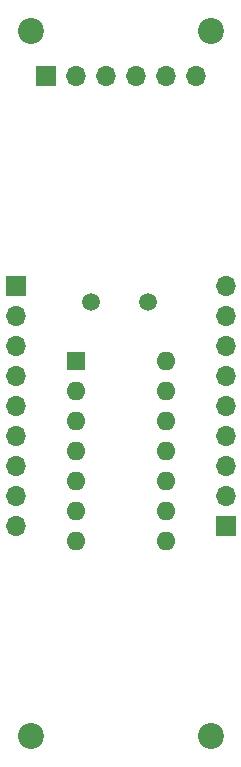
<source format=gbs>
G04 #@! TF.GenerationSoftware,KiCad,Pcbnew,(5.1.9)-1*
G04 #@! TF.CreationDate,2023-06-14T07:28:31+09:00*
G04 #@! TF.ProjectId,PICo-16f1765,5049436f-2d31-4366-9631-3736352e6b69,rev?*
G04 #@! TF.SameCoordinates,Original*
G04 #@! TF.FileFunction,Soldermask,Bot*
G04 #@! TF.FilePolarity,Negative*
%FSLAX46Y46*%
G04 Gerber Fmt 4.6, Leading zero omitted, Abs format (unit mm)*
G04 Created by KiCad (PCBNEW (5.1.9)-1) date 2023-06-14 07:28:31*
%MOMM*%
%LPD*%
G01*
G04 APERTURE LIST*
%ADD10C,2.200000*%
%ADD11O,1.600000X1.600000*%
%ADD12R,1.600000X1.600000*%
%ADD13C,1.500000*%
%ADD14O,1.700000X1.700000*%
%ADD15R,1.700000X1.700000*%
G04 APERTURE END LIST*
D10*
G04 #@! TO.C,H4*
X11430000Y-45720000D03*
G04 #@! TD*
G04 #@! TO.C,H3*
X-3810000Y-45720000D03*
G04 #@! TD*
G04 #@! TO.C,H2*
X11430000Y13970000D03*
G04 #@! TD*
G04 #@! TO.C,H1*
X-3810000Y13970000D03*
G04 #@! TD*
D11*
G04 #@! TO.C,IC1*
X7620000Y-13970000D03*
X0Y-29210000D03*
X7620000Y-16510000D03*
X0Y-26670000D03*
X7620000Y-19050000D03*
X0Y-24130000D03*
X7620000Y-21590000D03*
X0Y-21590000D03*
X7620000Y-24130000D03*
X0Y-19050000D03*
X7620000Y-26670000D03*
X0Y-16510000D03*
X7620000Y-29210000D03*
D12*
X0Y-13970000D03*
G04 #@! TD*
D13*
G04 #@! TO.C,Y1*
X6150000Y-8980000D03*
X1270000Y-8980000D03*
G04 #@! TD*
D14*
G04 #@! TO.C,J3*
X12700000Y-7620000D03*
X12700000Y-10160000D03*
X12700000Y-12700000D03*
X12700000Y-15240000D03*
X12700000Y-17780000D03*
X12700000Y-20320000D03*
X12700000Y-22860000D03*
X12700000Y-25400000D03*
D15*
X12700000Y-27940000D03*
G04 #@! TD*
D14*
G04 #@! TO.C,J2*
X-5080000Y-27940000D03*
X-5080000Y-25400000D03*
X-5080000Y-22860000D03*
X-5080000Y-20320000D03*
X-5080000Y-17780000D03*
X-5080000Y-15240000D03*
X-5080000Y-12700000D03*
X-5080000Y-10160000D03*
D15*
X-5080000Y-7620000D03*
G04 #@! TD*
D14*
G04 #@! TO.C,J1*
X10160000Y10160000D03*
X7620000Y10160000D03*
X5080000Y10160000D03*
X2540000Y10160000D03*
X0Y10160000D03*
D15*
X-2540000Y10160000D03*
G04 #@! TD*
M02*

</source>
